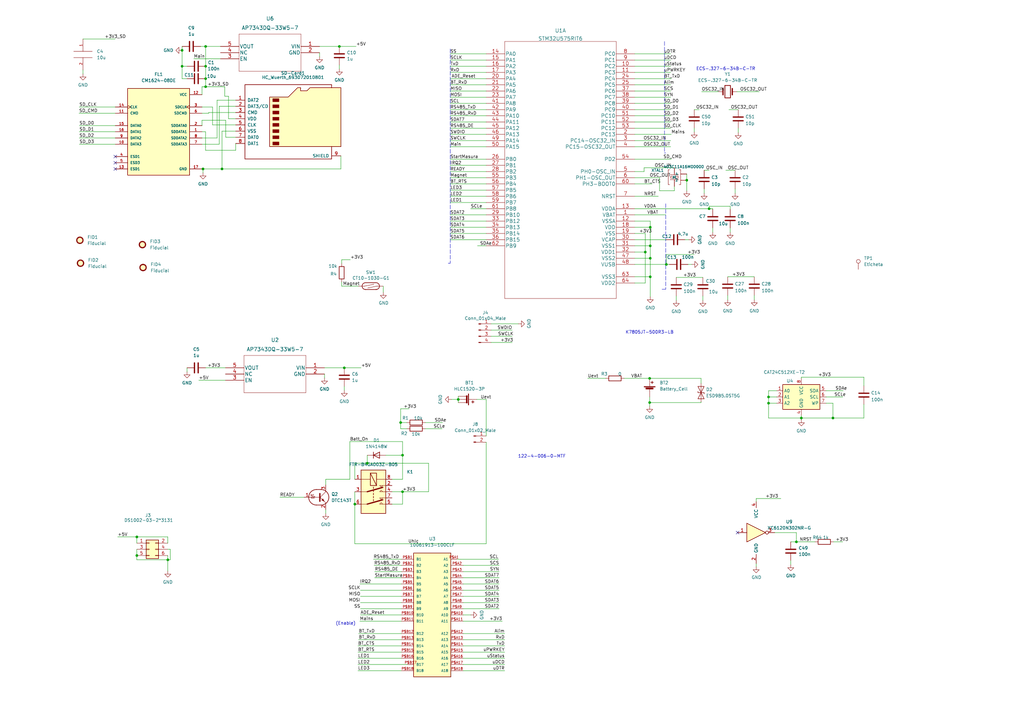
<source format=kicad_sch>
(kicad_sch (version 20211123) (generator eeschema)
  (paper "A3")
  (title_block (title "CPU ") (rev "4.0") (company "Delta Electronics SRL"))
  (junction (at 266.7 113.538))
  (junction (at 164.3126 173.3042))
  (junction (at 266.446 155.194))
  (junction (at 165.1 186.69))
  (junction (at 281.686 73.914))
  (junction (at 315.214 165.354))
  (junction (at 273.304 108.458))
  (junction (at 145.542 206.756))
  (junction (at 290.83 85.598))
  (junction (at 141.224 150.876))
  (junction (at 84.328 19.05))
  (junction (at 341.63 171.45))
  (junction (at 91.059 69.2912))
  (junction (at 315.214 162.814))
  (junction (at 74.676 27.178))
  (junction (at 187.96 163.83))
  (junction (at 68.834 229.616))
  (junction (at 83.2612 69.2912))
  (junction (at 326.644 222.25))
  (junction (at 74.676 20.6502))
  (junction (at 150.622 189.992))
  (junction (at 56.134 227.838))
  (junction (at 328.676 171.45))
  (junction (at 266.7 105.918))
  (junction (at 84.328 32.258))
  (junction (at 84.328 35.56))
  (junction (at 264.668 103.378))
  (junction (at 266.7 93.218))
  (junction (at 84.328 27.178))
  (junction (at 165.1 201.676))
  (junction (at 139.192 19.05))
  (junction (at 266.7 100.838))
  (junction (at 266.446 165.1))
  (junction (at 56.134 220.218))
  (no_connect (at 47.2948 69.2912))
  (no_connect (at 454.66 81.28))
  (no_connect (at 302.514 218.44))
  (no_connect (at 47.2948 66.7512))
  (no_connect (at 47.2948 64.2112))
  (wire (pts (xy 81.534 155.956) (xy 92.456 155.956)))
  (polyline (pts (xy 184.658 107.95) (xy 183.896 107.95)))
  (wire (pts (xy 56.134 222.758) (xy 56.134 220.218)))
  (wire (pts (xy 47.2948 46.4312) (xy 32.4104 46.4312)))
  (wire (pts (xy 310.134 231.14) (xy 310.134 232.41)))
  (wire (pts (xy 68.834 229.616) (xy 68.834 234.188)))
  (wire (pts (xy 189.992 234.442) (xy 204.724 234.442)))
  (wire (pts (xy 89.8906 59.1312) (xy 89.8906 43.6118)))
  (wire (pts (xy 140.1318 106.5022) (xy 140.1318 108.0516)))
  (wire (pts (xy 260.35 93.218) (xy 266.7 93.218)))
  (wire (pts (xy 309.372 121.158) (xy 309.372 122.936)))
  (wire (pts (xy 164.3126 175.8442) (xy 166.8526 175.8442)))
  (wire (pts (xy 189.992 254.762) (xy 205.994 254.762)))
  (wire (pts (xy 338.836 162.814) (xy 345.694 162.814)))
  (wire (pts (xy 184.658 67.818) (xy 199.39 67.818)))
  (wire (pts (xy 184.658 98.298) (xy 199.39 98.298)))
  (wire (pts (xy 288.798 69.85) (xy 290.83 69.85)))
  (wire (pts (xy 145.542 189.992) (xy 145.542 196.596)))
  (wire (pts (xy 84.328 35.56) (xy 92.1766 35.56)))
  (wire (pts (xy 324.3326 222.25) (xy 326.644 222.25)))
  (wire (pts (xy 201.422 140.462) (xy 210.058 140.462)))
  (wire (pts (xy 315.214 165.354) (xy 318.516 165.354)))
  (wire (pts (xy 260.35 100.838) (xy 266.7 100.838)))
  (wire (pts (xy 165.1 196.596) (xy 160.782 196.596)))
  (wire (pts (xy 345.7702 160.2232) (xy 345.7702 160.274)))
  (polyline (pts (xy 271.526 118.618) (xy 273.05 118.618)))
  (wire (pts (xy 199.39 223.012) (xy 199.39 181.356)))
  (wire (pts (xy 184.658 47.498) (xy 199.39 47.498)))
  (wire (pts (xy 89.027 41.0718) (xy 96.647 41.0718)))
  (wire (pts (xy 284.734 44.958) (xy 286.766 44.958)))
  (wire (pts (xy 273.304 108.458) (xy 274.574 108.458)))
  (wire (pts (xy 93.726 39.4462) (xy 92.1766 39.4462)))
  (wire (pts (xy 315.214 160.274) (xy 315.214 162.814)))
  (wire (pts (xy 201.422 135.382) (xy 210.058 135.382)))
  (wire (pts (xy 277.368 121.412) (xy 277.368 123.19)))
  (wire (pts (xy 315.214 165.354) (xy 315.214 171.45)))
  (wire (pts (xy 354.33 158.242) (xy 354.33 154.686)))
  (wire (pts (xy 82.8548 54.0512) (xy 84.3026 54.0512)))
  (wire (pts (xy 153.162 229.362) (xy 164.592 229.362)))
  (wire (pts (xy 204.724 231.902) (xy 189.992 231.902)))
  (wire (pts (xy 275.082 60.198) (xy 260.35 60.198)))
  (wire (pts (xy 199.39 93.218) (xy 184.658 93.218)))
  (wire (pts (xy 96.647 61.6712) (xy 96.647 58.8518)))
  (wire (pts (xy 184.658 70.358) (xy 199.39 70.358)))
  (wire (pts (xy 275.082 27.178) (xy 260.35 27.178)))
  (wire (pts (xy 140.1318 117.348) (xy 146.9898 117.348)))
  (wire (pts (xy 150.622 189.992) (xy 175.768 189.992)))
  (wire (pts (xy 133.096 150.876) (xy 141.224 150.876)))
  (wire (pts (xy 158.242 186.69) (xy 165.1 186.69)))
  (wire (pts (xy 92.6084 49.3522) (xy 82.8548 49.3522)))
  (wire (pts (xy 326.644 222.25) (xy 334.264 222.25)))
  (wire (pts (xy 275.082 57.658) (xy 260.35 57.658)))
  (wire (pts (xy 341.63 165.354) (xy 338.836 165.354)))
  (wire (pts (xy 241.046 155.194) (xy 248.412 155.194)))
  (wire (pts (xy 266.7 90.678) (xy 266.7 93.218)))
  (wire (pts (xy 147.828 247.142) (xy 164.592 247.142)))
  (wire (pts (xy 82.8548 69.2912) (xy 83.2612 69.2912)))
  (wire (pts (xy 315.214 162.814) (xy 318.516 162.814)))
  (wire (pts (xy 184.658 24.638) (xy 199.39 24.638)))
  (wire (pts (xy 32.512 51.5112) (xy 47.2948 51.5112)))
  (polyline (pts (xy 183.896 107.95) (xy 183.896 107.95)))
  (wire (pts (xy 260.35 113.538) (xy 266.7 113.538)))
  (wire (pts (xy 187.452 229.362) (xy 204.47 229.362)))
  (wire (pts (xy 189.992 252.222) (xy 193.04 252.222)))
  (wire (pts (xy 164.3126 173.3042) (xy 166.8526 173.3042)))
  (wire (pts (xy 164.3126 173.3042) (xy 164.3126 175.8442)))
  (wire (pts (xy 290.83 84.582) (xy 290.83 85.598)))
  (wire (pts (xy 133.096 153.416) (xy 133.096 155.0162)))
  (wire (pts (xy 275.082 42.418) (xy 260.35 42.418)))
  (wire (pts (xy 145.542 206.756) (xy 145.542 223.012)))
  (wire (pts (xy 84.328 32.258) (xy 84.328 35.56)))
  (wire (pts (xy 275.082 47.498) (xy 260.35 47.498)))
  (wire (pts (xy 147.828 244.602) (xy 164.592 244.602)))
  (wire (pts (xy 189.992 244.602) (xy 204.724 244.602)))
  (wire (pts (xy 199.39 88.138) (xy 184.658 88.138)))
  (wire (pts (xy 354.33 165.862) (xy 354.33 171.45)))
  (wire (pts (xy 82.8548 56.5912) (xy 89.027 56.5912)))
  (wire (pts (xy 260.35 50.038) (xy 275.082 50.038)))
  (wire (pts (xy 74.676 27.178) (xy 76.708 27.178)))
  (wire (pts (xy 287.528 164.846) (xy 287.528 165.1)))
  (wire (pts (xy 76.708 32.258) (xy 74.676 32.258)))
  (wire (pts (xy 160.782 201.676) (xy 165.1 201.676)))
  (wire (pts (xy 297.688 69.85) (xy 301.498 69.85)))
  (wire (pts (xy 141.224 158.496) (xy 141.224 160.0962)))
  (wire (pts (xy 266.446 162.814) (xy 266.446 165.1)))
  (wire (pts (xy 193.04 85.598) (xy 199.39 85.598)))
  (wire (pts (xy 328.676 155.194) (xy 328.676 154.686)))
  (wire (pts (xy 287.528 165.1) (xy 266.446 165.1)))
  (wire (pts (xy 74.676 19.05) (xy 74.676 20.6502)))
  (wire (pts (xy 34.036 16.002) (xy 47.244 16.002)))
  (wire (pts (xy 184.658 57.658) (xy 199.39 57.658)))
  (wire (pts (xy 292.354 93.472) (xy 292.354 95.25)))
  (wire (pts (xy 56.134 229.616) (xy 68.834 229.616)))
  (wire (pts (xy 85.598 46.1518) (xy 85.598 46.4312)))
  (wire (pts (xy 147.828 252.222) (xy 164.592 252.222)))
  (wire (pts (xy 184.658 72.898) (xy 199.39 72.898)))
  (wire (pts (xy 264.668 116.078) (xy 264.668 103.378)))
  (wire (pts (xy 287.528 155.194) (xy 287.528 157.226)))
  (wire (pts (xy 74.676 27.178) (xy 74.676 32.258)))
  (wire (pts (xy 275.336 65.278) (xy 260.35 65.278)))
  (wire (pts (xy 164.3126 167.6908) (xy 167.7924 167.6908)))
  (wire (pts (xy 84.3026 54.0512) (xy 84.3026 61.6712)))
  (wire (pts (xy 184.658 95.758) (xy 199.39 95.758)))
  (wire (pts (xy 96.647 46.1518) (xy 85.598 46.1518)))
  (wire (pts (xy 146.812 267.462) (xy 164.592 267.462)))
  (wire (pts (xy 273.304 108.458) (xy 273.304 104.394)))
  (wire (pts (xy 195.58 163.83) (xy 199.39 163.83)))
  (wire (pts (xy 260.35 85.598) (xy 290.83 85.598)))
  (wire (pts (xy 164.3126 167.6908) (xy 164.3126 173.3042)))
  (wire (pts (xy 147.574 254.762) (xy 164.592 254.762)))
  (wire (pts (xy 260.35 32.258) (xy 275.336 32.258)))
  (polyline (pts (xy 272.542 17.018) (xy 272.542 62.738)))
  (wire (pts (xy 260.35 88.138) (xy 273.05 88.138)))
  (wire (pts (xy 266.7 100.838) (xy 266.7 105.918)))
  (wire (pts (xy 184.658 80.518) (xy 199.39 80.518)))
  (wire (pts (xy 174.4726 173.3042) (xy 181.4068 173.3042)))
  (wire (pts (xy 84.328 27.178) (xy 84.328 32.258)))
  (wire (pts (xy 341.884 222.25) (xy 345.6432 222.25)))
  (wire (pts (xy 153.67 236.982) (xy 164.592 236.982)))
  (wire (pts (xy 310.134 205.74) (xy 310.134 204.47)))
  (wire (pts (xy 184.658 90.678) (xy 199.39 90.678)))
  (wire (pts (xy 275.082 24.638) (xy 260.35 24.638)))
  (wire (pts (xy 48.26 220.218) (xy 56.134 220.218)))
  (wire (pts (xy 89.027 56.5912) (xy 89.027 41.0718)))
  (wire (pts (xy 326.644 218.44) (xy 326.644 222.25)))
  (wire (pts (xy 184.658 83.058) (xy 199.39 83.058)))
  (wire (pts (xy 184.658 34.798) (xy 199.39 34.798)))
  (wire (pts (xy 139.192 26.67) (xy 139.192 28.2702)))
  (wire (pts (xy 82.8548 49.3522) (xy 82.8548 51.5112)))
  (wire (pts (xy 141.224 150.876) (xy 148.082 150.876)))
  (wire (pts (xy 184.658 65.278) (xy 199.39 65.278)))
  (wire (pts (xy 32.4866 56.5912) (xy 47.2948 56.5912)))
  (wire (pts (xy 338.836 160.274) (xy 345.7702 160.274)))
  (wire (pts (xy 315.214 171.45) (xy 328.676 171.45)))
  (wire (pts (xy 84.328 150.876) (xy 92.456 150.876)))
  (wire (pts (xy 260.35 72.898) (xy 270.51 72.898)))
  (wire (pts (xy 91.059 53.7718) (xy 91.059 69.2912)))
  (wire (pts (xy 96.647 51.2318) (xy 87.1728 51.2318)))
  (wire (pts (xy 189.992 275.082) (xy 207.01 275.082)))
  (wire (pts (xy 187.96 163.83) (xy 185.166 163.83)))
  (wire (pts (xy 143.51 181.102) (xy 143.51 196.596)))
  (wire (pts (xy 147.066 262.382) (xy 164.592 262.382)))
  (wire (pts (xy 287.782 37.592) (xy 294.64 37.592)))
  (wire (pts (xy 189.992 272.542) (xy 207.01 272.542)))
  (wire (pts (xy 270.51 78.232) (xy 276.606 78.232)))
  (wire (pts (xy 266.7 93.218) (xy 266.7 100.838)))
  (wire (pts (xy 299.466 85.852) (xy 299.466 84.582)))
  (wire (pts (xy 299.466 84.582) (xy 290.83 84.582)))
  (wire (pts (xy 201.422 132.842) (xy 212.598 132.842)))
  (wire (pts (xy 264.16 70.358) (xy 264.16 68.834)))
  (wire (pts (xy 260.35 103.378) (xy 264.668 103.378)))
  (wire (pts (xy 82.8548 59.1312) (xy 89.8906 59.1312)))
  (wire (pts (xy 264.668 95.758) (xy 264.668 103.378)))
  (wire (pts (xy 87.1728 43.8912) (xy 82.8548 43.8912)))
  (wire (pts (xy 184.658 27.178) (xy 199.39 27.178)))
  (wire (pts (xy 199.39 32.258) (xy 184.658 32.258)))
  (wire (pts (xy 56.134 225.298) (xy 56.134 227.838)))
  (wire (pts (xy 282.194 108.458) (xy 283.718 108.458)))
  (wire (pts (xy 74.676 20.6502) (xy 74.676 27.178)))
  (wire (pts (xy 133.604 209.042) (xy 133.604 210.566)))
  (wire (pts (xy 301.498 77.47) (xy 301.498 79.248)))
  (wire (pts (xy 260.35 70.358) (xy 264.16 70.358)))
  (wire (pts (xy 275.082 44.958) (xy 260.35 44.958)))
  (wire (pts (xy 181.4068 173.2534) (xy 181.4068 173.3042)))
  (wire (pts (xy 47.2948 59.1312) (xy 32.5374 59.1312)))
  (wire (pts (xy 87.1728 51.2318) (xy 87.1728 43.8912)))
  (wire (pts (xy 275.082 22.098) (xy 260.35 22.098)))
  (wire (pts (xy 184.658 52.578) (xy 199.39 52.578)))
  (wire (pts (xy 68.834 227.838) (xy 68.834 229.616)))
  (wire (pts (xy 277.368 113.792) (xy 288.29 113.792)))
  (wire (pts (xy 315.214 162.814) (xy 315.214 165.354)))
  (wire (pts (xy 204.724 236.982) (xy 189.992 236.982)))
  (wire (pts (xy 139.827 63.9318) (xy 139.827 69.2912)))
  (wire (pts (xy 290.83 85.598) (xy 292.354 85.598)))
  (wire (pts (xy 89.8906 43.6118) (xy 96.647 43.6118)))
  (wire (pts (xy 260.35 80.518) (xy 270.002 80.518)))
  (wire (pts (xy 157.226 119.888) (xy 157.1498 117.348)))
  (wire (pts (xy 189.992 270.002) (xy 207.01 270.002)))
  (wire (pts (xy 34.036 28.702) (xy 34.036 30.3022)))
  (wire (pts (xy 302.768 52.578) (xy 302.768 54.356)))
  (wire (pts (xy 184.658 55.118) (xy 199.39 55.118)))
  (wire (pts (xy 260.35 108.458) (xy 273.304 108.458)))
  (wire (pts (xy 184.658 39.878) (xy 199.39 39.878)))
  (wire (pts (xy 69.85 225.298) (xy 69.85 229.616)))
  (wire (pts (xy 204.724 239.522) (xy 189.992 239.522)))
  (wire (pts (xy 275.082 34.798) (xy 260.35 34.798)))
  (wire (pts (xy 96.647 48.6918) (xy 93.726 48.6918)))
  (wire (pts (xy 266.446 155.194) (xy 287.528 155.194)))
  (wire (pts (xy 184.658 50.038) (xy 199.39 50.038)))
  (wire (pts (xy 93.726 48.6918) (xy 93.726 39.4462)))
  (wire (pts (xy 133.604 196.596) (xy 133.604 198.882)))
  (wire (pts (xy 145.542 189.992) (xy 150.622 189.992)))
  (polyline (pts (xy 184.658 20.066) (xy 184.658 107.95)))
  (polyline (pts (xy 272.542 62.738) (xy 273.05 62.738)))
  (wire (pts (xy 207.01 267.462) (xy 189.992 267.462)))
  (wire (pts (xy 85.598 46.4312) (xy 82.8548 46.4312)))
  (wire (pts (xy 341.63 171.45) (xy 341.63 165.354)))
  (wire (pts (xy 318.516 160.274) (xy 315.214 160.274)))
  (wire (pts (xy 184.658 60.198) (xy 199.39 60.198)))
  (wire (pts (xy 69.85 229.616) (xy 68.834 229.616)))
  (wire (pts (xy 79.502 24.13) (xy 90.424 24.13)))
  (wire (pts (xy 298.45 121.158) (xy 298.45 122.936)))
  (wire (pts (xy 280.924 98.298) (xy 282.448 98.298)))
  (wire (pts (xy 260.35 37.338) (xy 275.082 37.338)))
  (wire (pts (xy 76.708 150.876) (xy 76.708 152.4762)))
  (wire (pts (xy 165.1 181.102) (xy 143.51 181.102)))
  (wire (pts (xy 302.26 37.592) (xy 311.404 37.592)))
  (wire (pts (xy 82.296 19.05) (xy 84.328 19.05)))
  (wire (pts (xy 266.7 105.918) (xy 266.7 113.538)))
  (wire (pts (xy 310.134 204.47) (xy 320.294 204.47)))
  (wire (pts (xy 140.1318 106.5022) (xy 143.6878 106.5022)))
  (wire (pts (xy 201.422 137.922) (xy 210.058 137.922)))
  (wire (pts (xy 324.3326 229.87) (xy 324.3326 231.5718)))
  (wire (pts (xy 184.658 29.718) (xy 199.39 29.718)))
  (wire (pts (xy 189.992 249.682) (xy 204.724 249.682)))
  (wire (pts (xy 270.51 72.898) (xy 270.51 78.232)))
  (wire (pts (xy 32.512 54.0512) (xy 47.2948 54.0512)))
  (wire (pts (xy 146.812 275.082) (xy 164.592 275.082)))
  (wire (pts (xy 184.658 22.098) (xy 199.39 22.098)))
  (wire (pts (xy 147.828 249.682) (xy 164.592 249.682)))
  (wire (pts (xy 260.35 55.118) (xy 275.336 55.118)))
  (wire (pts (xy 160.782 206.756) (xy 165.1 206.756)))
  (wire (pts (xy 56.134 220.218) (xy 68.834 220.218)))
  (wire (pts (xy 199.39 75.438) (xy 184.658 75.438)))
  (wire (pts (xy 354.33 171.45) (xy 341.63 171.45)))
  (wire (pts (xy 140.1318 115.6716) (xy 140.1318 117.348)))
  (wire (pts (xy 204.724 242.062) (xy 189.992 242.062)))
  (wire (pts (xy 275.082 29.718) (xy 260.35 29.718)))
  (wire (pts (xy 328.676 170.434) (xy 328.676 171.45)))
  (wire (pts (xy 82.8548 38.8112) (xy 82.8548 35.56)))
  (wire (pts (xy 146.812 272.542) (xy 167.132 272.542)))
  (wire (pts (xy 84.328 19.05) (xy 84.328 27.178)))
  (wire (pts (xy 153.416 231.902) (xy 164.592 231.902)))
  (wire (pts (xy 273.304 104.394) (xy 284.734 104.394)))
  (wire (pts (xy 139.192 19.05) (xy 146.05 19.05)))
  (wire (pts (xy 298.958 44.958) (xy 302.768 44.958)))
  (wire (pts (xy 90.424 19.05) (xy 84.328 19.05)))
  (wire (pts (xy 260.35 105.918) (xy 266.7 105.918)))
  (wire (pts (xy 56.134 227.838) (xy 56.134 229.616)))
  (wire (pts (xy 266.7 113.538) (xy 266.7 121.666)))
  (wire (pts (xy 281.686 71.374) (xy 281.686 73.914)))
  (wire (pts (xy 165.1 201.676) (xy 175.768 201.676)))
  (wire (pts (xy 153.67 234.442) (xy 164.592 234.442)))
  (wire (pts (xy 260.35 98.298) (xy 273.304 98.298)))
  (wire (pts (xy 275.082 52.578) (xy 260.35 52.578)))
  (wire (pts (xy 92.6084 56.3118) (xy 92.6084 49.3522)))
  (wire (pts (xy 165.1 181.102) (xy 165.1 186.69)))
  (wire (pts (xy 317.754 218.44) (xy 326.644 218.44)))
  (wire (pts (xy 145.542 201.676) (xy 145.542 206.756)))
  (wire (pts (xy 92.1766 39.4462) (xy 92.1766 35.56)))
  (wire (pts (xy 298.45 113.538) (xy 309.372 113.538)))
  (wire (pts (xy 264.16 68.834) (xy 276.606 68.834)))
  (wire (pts (xy 114.808 203.962) (xy 124.714 203.962)))
  (wire (pts (xy 275.082 39.878) (xy 260.35 39.878)))
  (wire (pts (xy 146.812 270.002) (xy 164.592 270.002)))
  (wire (pts (xy 68.834 225.298) (xy 69.85 225.298)))
  (wire (pts (xy 184.658 77.978) (xy 199.39 77.978)))
  (wire (pts (xy 184.658 37.338) (xy 199.39 37.338)))
  (wire (pts (xy 83.2612 69.2912) (xy 83.2612 70.8914)))
  (wire (pts (xy 276.606 78.232) (xy 276.606 76.454)))
  (wire (pts (xy 207.01 262.382) (xy 189.992 262.382)))
  (wire (pts (xy 204.724 247.142) (xy 189.992 247.142)))
  (wire (pts (xy 299.466 93.472) (xy 299.466 95.25)))
  (wire (pts (xy 147.828 242.062) (xy 164.592 242.062)))
  (wire (pts (xy 328.676 171.45) (xy 341.63 171.45)))
  (wire (pts (xy 288.798 77.47) (xy 288.798 79.248)))
  (wire (pts (xy 150.622 186.69) (xy 150.622 189.992)))
  (wire (pts (xy 266.446 165.1) (xy 266.446 166.624)))
  (wire (pts (xy 146.812 264.922) (xy 164.592 264.922)))
  (wire (pts (xy 131.064 21.59) (xy 131.064 23.1902)))
  (wire (pts (xy 281.686 73.914) (xy 281.686 78.232)))
  (wire (pts (xy 207.01 259.842) (xy 189.992 259.842)))
  (wire (pts (xy 260.35 90.678) (xy 266.7 90.678)))
  (wire (pts (xy 84.3026 61.6712) (xy 96.647 61.6712)))
  (wire (pts (xy 292.354 85.598) (xy 292.354 85.852)))
  (wire (pts (xy 260.35 95.758) (xy 264.668 95.758)))
  (wire (pts (xy 96.647 53.7718) (xy 91.059 53.7718)))
  (wire (pts (xy 260.35 75.438) (xy 267.462 75.438)))
  (wire (pts (xy 328.676 154.686) (xy 354.33 154.686)))
  (polyline (pts (xy 273.05 83.566) (xy 273.05 118.618)))
  (wire (pts (xy 82.8548 35.56) (xy 84.328 35.56)))
  (wire (pts (xy 68.834 220.218) (xy 68.834 222.758)))
  (wire (pts (xy 187.96 162.56) (xy 187.96 163.83)))
  (wire (pts (xy 139.827 69.2912) (xy 91.059 69.2912)))
  (wire (pts (xy 147.066 259.842) (xy 164.592 259.842)))
  (wire (pts (xy 165.1 206.756) (xy 165.1 201.676)))
  (wire (pts (xy 184.658 42.418) (xy 199.39 42.418)))
  (wire (pts (xy 187.96 163.83) (xy 187.96 165.1)))
  (wire (pts (xy 32.4866 43.8912) (xy 47.2948 43.8912)))
  (wire (pts (xy 147.574 239.522) (xy 164.592 239.522)))
  (wire (pts (xy 199.39 163.83) (xy 199.39 178.816)))
  (wire (pts (xy 165.1 186.69) (xy 165.1 196.596)))
  (wire (pts (xy 131.064 19.05) (xy 139.192 19.05)))
  (wire (pts (xy 266.446 155.194) (xy 256.032 155.194)))
  (wire (pts (xy 207.01 264.922) (xy 189.992 264.922)))
  (wire (pts (xy 175.768 201.676) (xy 175.768 189.992)))
  (wire (pts (xy 133.604 196.596) (xy 143.51 196.596)))
  (wire (pts (xy 328.676 171.45) (xy 328.676 172.1358)))
  (wire (pts (xy 174.4726 175.8442) (xy 181.3306 175.8442)))
  (wire (pts (xy 284.734 52.578) (xy 284.734 54.102)))
  (wire (pts (xy 199.39 44.958) (xy 184.658 44.958)))
  (wire (pts (xy 96.647 56.3118) (xy 92.6084 56.3118)))
  (wire (pts (xy 145.542 223.012) (xy 199.39 223.012)))
  (wire (pts (xy 288.29 121.412) (xy 288.29 123.19)))
  (wire (pts (xy 91.059 69.2912) (xy 83.2612 69.2912)))
  (wire (pts (xy 260.35 116.078) (xy 264.668 116.078)))
  (wire (pts (xy 195.834 100.838) (xy 199.39 100.838)))
  (text "ECS-.327-6-34B-C-TR" (at 285.496 29.1084 0) (effects (font (size 1.27 1.27)) (justify left bottom)))
  (text "K7805JT-500R3-LB" (at 256.54 137.16 0) (effects (font (size 1.27 1.27)) (justify left bottom)))
  (text "(Enable)" (at 137.668 256.54 0) (effects (font (size 1.27 1.27)) (justify left bottom)))
  (text "122-4-006-0-MTF" (at 212.4202 188.0108 0) (effects (font (size 1.27 1.27)) (justify left bottom)))
  (label "Uext" (at 241.046 155.194 0))
  (label "Mains" (at 275.336 55.118 0))
  (label "OSC_OUT" (at 266.446 72.898 0))
  (label "SD_D2" (at 272.288 47.498 0))
  (label "SDAe" (at 196.85 100.838 0))
  (label "Batt_On" (at 143.51 181.102 0))
  (label "OSC32_IN" (at 287.782 37.592 0))
  (label "OSC32_IN" (at 285.496 44.958 0))
  (label "SD_D0" (at 32.512 51.5112 0))
  (label "NRST" (at 264.16 80.518 0))
  (label "ADE_Reset" (at 147.828 252.222 0))
  (label "RS485_DE" (at 153.67 234.442 0))
  (label "RxD" (at 184.658 29.718 0))
  (label "SDAT5" (at 204.724 242.062 180))
  (label "OSC32_OUT" (at 303.53 37.592 0))
  (label "OSC32_OUT" (at 263.906 60.198 0))
  (label "SDAT4" (at 184.658 93.218 0))
  (label "LED3" (at 184.658 77.978 0))
  (label "SDAT6" (at 184.658 98.298 0))
  (label "RS485_TxD" (at 184.658 44.958 0))
  (label "+3V3" (at 335.534 154.686 0))
  (label "OSC_OUT" (at 298.45 69.85 0))
  (label "BT_RTS" (at 146.812 267.462 0))
  (label "SDAe" (at 342.5952 160.274 0))
  (label "TxD" (at 184.658 27.178 0))
  (label "uDTR" (at 272.288 22.098 0))
  (label "SDAT2" (at 184.658 88.138 0))
  (label "SDAT7" (at 204.724 236.982 180))
  (label "LED1" (at 184.658 83.058 0))
  (label "SDAT7" (at 184.658 50.038 0))
  (label "SDAT4" (at 204.724 244.602 180))
  (label "SCS" (at 272.288 37.338 0))
  (label "+5V" (at 148.082 150.876 0))
  (label "SWDIO" (at 203.962 135.382 0))
  (label "BT_TxD" (at 147.066 259.842 0))
  (label "LED2" (at 184.658 80.518 0))
  (label "VBAT" (at 265.43 88.138 0))
  (label "VDDA" (at 264.16 85.598 0))
  (label "SCL" (at 204.47 229.362 180))
  (label "+3V3" (at 280.162 113.792 0))
  (label "uPWRKEY" (at 272.288 29.718 0))
  (label "Uext" (at 197.104 163.83 0))
  (label "SD_CMD" (at 32.4104 46.4312 0))
  (label "VBAT" (at 258.826 155.194 0))
  (label "uPWRKEY" (at 207.01 267.462 180))
  (label "SWDIO" (at 184.658 55.118 0))
  (label "Magnet" (at 140.6398 117.348 0))
  (label "SCL" (at 184.658 42.418 0))
  (label "SDAT3" (at 204.724 247.142 180))
  (label "LED1" (at 146.812 270.002 0))
  (label "LED3" (at 146.812 275.082 0))
  (label "SCLe" (at 177.7746 175.8442 0))
  (label "IRQ2" (at 184.658 67.818 0))
  (label "ADE_Reset" (at 185.166 32.258 0))
  (label "StartMasura" (at 153.67 236.982 0))
  (label "SWCLK" (at 204.216 137.922 0))
  (label "uStatus" (at 272.288 27.178 0))
  (label "MOSI" (at 184.658 39.878 0))
  (label "OSC32_IN" (at 263.906 57.658 0))
  (label "BT_RxD" (at 147.066 262.382 0))
  (label "BT_CTS" (at 146.812 264.922 0))
  (label "BT_TxD" (at 272.288 32.258 0))
  (label "uDCD" (at 272.288 24.638 0))
  (label "SCLe" (at 193.04 85.598 0))
  (label "SDAT5" (at 184.658 95.758 0))
  (label "Mains" (at 147.574 254.762 0))
  (label "MISO" (at 147.828 244.602 180))
  (label "+3V3" (at 281.94 104.394 0))
  (label "RS485_TxD" (at 153.162 229.362 0))
  (label "NRST" (at 327.9394 222.25 0))
  (label "+3V3" (at 165.1 201.676 0))
  (label "READY" (at 184.658 70.358 0))
  (label "Alim" (at 272.288 34.798 0))
  (label "SDAT2" (at 204.724 249.682 180))
  (label "+3V3_SD" (at 42.926 16.002 0))
  (label "SD_D1" (at 32.512 54.0512 0))
  (label "SD_D3" (at 272.288 50.038 0))
  (label "SD_CLK" (at 32.4866 43.8912 0))
  (label "OSC_IN" (at 268.478 68.834 0))
  (label "RS485_RxD" (at 184.658 47.498 0))
  (label "uDTR" (at 207.01 275.082 180))
  (label "SS" (at 147.828 249.682 180))
  (label "BT_RTS" (at 184.658 75.438 0))
  (label "SDAT3" (at 184.658 90.678 0))
  (label "RxD" (at 207.01 262.382 180))
  (label "TxD" (at 207.01 264.922 180))
  (label "SD_CLK" (at 272.288 52.578 0))
  (label "SDAe" (at 178.2318 173.3042 0))
  (label "SD_D0" (at 272.288 42.418 0))
  (label "BT_RxD" (at 184.658 34.798 0))
  (label "+3V3_SD" (at 85.1154 35.56 0))
  (label "SCLe" (at 342.138 162.814 0))
  (label "+3V3" (at 300.228 113.538 0))
  (label "+3V3" (at 143.6878 106.5022 0))
  (label "+5V" (at 48.26 220.218 0))
  (label "BT_CTS" (at 264.16 75.438 0))
  (label "SD_CMD" (at 272.034 65.278 0))
  (label "StartMasura" (at 184.658 65.278 0))
  (label "Magnet" (at 184.658 72.898 0))
  (label "+5V" (at 81.534 155.956 0))
  (label "RS485_DE" (at 184.658 52.578 0))
  (label "SS" (at 184.658 22.098 0))
  (label "+3V3" (at 205.232 140.462 0))
  (label "+3V3" (at 262.128 95.758 0))
  (label "SD_D3" (at 32.5374 59.1312 0))
  (label "SWCLK" (at 184.658 57.658 0))
  (label "RS485_RxD" (at 153.416 231.902 0))
  (label "LED2" (at 146.812 272.542 0))
  (label "+3V3" (at 165.5064 167.6908 0))
  (label "+3V3" (at 205.994 254.762 180))
  (label "uDCD" (at 207.01 272.542 180))
  (label "MOSI" (at 147.828 247.142 180))
  (label "+5V" (at 146.05 19.05 0))
  (label "+3V3" (at 85.09 150.876 0))
  (label "READY" (at 114.808 203.962 0))
  (label "MISO" (at 184.658 37.338 0))
  (label "SCLK" (at 184.658 24.638 0))
  (label "Main" (at 79.502 24.13 0))
  (label "OSC32_OUT" (at 299.72 44.958 0))
  (label "IRQ2" (at 147.574 239.522 0))
  (label "SDAT6" (at 204.724 239.522 180))
  (label "SD_D1" (at 272.288 44.958 0))
  (label "OSC_IN" (at 289.56 69.85 0))
  (label "SYN" (at 272.288 39.878 0))
  (label "SCLK" (at 147.828 242.062 180))
  (label "Alim" (at 207.01 259.842 180))
  (label "SYN" (at 204.724 234.442 180))
  (label "uStatus" (at 207.01 270.002 180))
  (label "+3V3" (at 342.6968 222.25 0))
  (label "Main" (at 184.658 60.198 0))
  (label "+3V3" (at 313.944 204.47 0))
  (label "Uhlc" (at 167.386 223.012 0))
  (label "SD_D2" (at 32.4866 56.5912 0))
  (label "SCS" (at 204.724 231.902 180))
  (symbol (lib_id "Connector:Micro_SD_Card") (at 119.507 48.6918 0) (unit 1)
    (property "Reference" "SD-Card1" (at 120.142 29.972 0))
    (property "Value" "HC_Wuerth_693072010801" (at 120.142 31.75 0))
    (property "Footprint" "Connector_Card:microSD_HC_Wuerth_693072010801" (effects hide))
    (property "Datasheet" "http://katalog.we-online.de/em/datasheet/693072010801.pdf" (effects hide))
  )
  (symbol (lib_id "power:GND") (at 133.096 155.0162 0) (unit 1)
    (property "Reference" "#PWR010" (effects hide))
    (property "Value" "GND" (at 133.096 159.5787 0))
  )
  (symbol (lib_id "power:GND") (at 328.676 172.1358 0) (unit 1)
    (property "Reference" "#PWR018" (effects hide))
    (property "Value" "GND" (at 328.676 176.6983 0))
  )
  (symbol (lib_id "Device:C") (at 298.45 117.348 0) (unit 1)
    (property "Reference" "C27" (at 301.371 116.4395 0) (effects (justify left)))
    (property "Value" "100n" (at 301.371 119.2146 0) (effects (justify left)))
    (property "Footprint" "Capacitor_SMD:C_0603_1608Metric" (effects hide))
  )
  (symbol (lib_id "Connector:TestPoint") (at 352.044 110.49 0) (unit 1)
    (property "Reference" "TP1" (at 354.33 105.9179 0) (effects (justify left)))
    (property "Value" "Eticheta" (at 354.33 108.4579 0) (effects (justify left)))
    (property "Footprint" "Symbol:Eticheta" (effects hide))
  )
  (symbol (lib_id "Device:C") (at 80.518 32.258 90) (mirror x) (unit 1)
    (property "Reference" "C11" (at 79.502 30.734 90) (effects (justify left)))
    (property "Value" "10u" (at 88.646 31.242 90) (effects (justify left)))
    (property "Footprint" "Capacitor_SMD:C_1206_3216Metric" (effects hide))
  )
  (symbol (lib_id "Diode:ESD9B5.0ST5G") (at 287.528 161.036 90) (unit 1)
    (property "Reference" "D2" (at 289.56 159.7659 90) (effects (justify right)))
    (property "Value" "ESD9B5.0ST5G" (at 289.56 162.3059 90) (effects (justify right)))
    (property "Footprint" "ESD:SOD-923_ONS" (effects hide))
    (property "Datasheet" "https://www.onsemi.com/pub/Collateral/ESD9B-D.PDF" (effects hide))
  )
  (symbol (lib_id "Device:C") (at 139.192 22.86 0) (unit 1)
    (property "Reference" "C10" (at 142.24 21.5899 0) (effects (justify left)))
    (property "Value" "1u" (at 142.24 24.1299 0) (effects (justify left)))
    (property "Footprint" "Capacitor_SMD:C_0603_1608Metric" (effects hide))
  )
  (symbol (lib_id "Device:C") (at 299.466 89.662 0) (unit 1)
    (property "Reference" "C8" (at 302.387 88.7535 0) (effects (justify left)))
    (property "Value" "100n" (at 302.387 91.5286 0) (effects (justify left)))
    (property "Footprint" "Capacitor_SMD:C_0603_1608Metric" (effects hide))
  )
  (symbol (lib_id "power:GND") (at 298.45 122.936 0) (unit 1)
    (property "Reference" "#PWR0147" (effects hide))
    (property "Value" "GND" (at 298.45 127.4985 0))
  )
  (symbol (lib_id "power:GND") (at 131.064 23.1902 0) (unit 1)
    (property "Reference" "#PWR020" (effects hide))
    (property "Value" "GND" (at 131.064 27.7527 0))
  )
  (symbol (lib_id "Device:C") (at 277.368 117.602 0) (unit 1)
    (property "Reference" "C29" (at 280.289 116.6935 0) (effects (justify left)))
    (property "Value" "100n" (at 280.289 119.4686 0) (effects (justify left)))
    (property "Footprint" "Capacitor_SMD:C_0603_1608Metric" (effects hide))
  )
  (symbol (lib_id "Mechanical:Fiducial") (at 33.02 107.95 0) (unit 1)
    (property "Reference" "FID2" (at 36.068 106.6799 0) (effects (justify left)))
    (property "Value" "Fiducial" (at 36.068 109.2199 0) (effects (justify left)))
    (property "Footprint" "Fiducial:Fiducial_1mm_Mask2mm" (effects hide))
  )
  (symbol (lib_id "Device:R") (at 170.6626 175.8442 270) (unit 1)
    (property "Reference" "R2" (at 167.132 177.8 90) (effects (justify right)))
    (property "Value" "10k" (at 172.4406 178.0286 90) (effects (justify right)))
    (property "Footprint" "Resistor_SMD:R_0603_1608Metric" (effects hide))
  )
  (symbol (lib_id "Device:C") (at 80.518 27.178 90) (unit 1)
    (property "Reference" "C1" (at 86.614 25.654 90))
    (property "Value" "100n" (at 87.63 28.194 90))
    (property "Footprint" "Capacitor_SMD:C_0603_1608Metric" (effects hide))
  )
  (symbol (lib_id "Device:R") (at 252.222 155.194 270) (unit 1)
    (property "Reference" "R3" (at 249.1994 153.3398 90) (effects (justify right)))
    (property "Value" "0" (at 254.9398 153.416 90) (effects (justify right)))
    (property "Footprint" "Resistor_SMD:R_0603_1608Metric" (effects hide))
  )
  (symbol (lib_id "Connector:Conn_01x02_Male") (at 194.31 178.816 0) (unit 1)
    (property "Reference" "J8" (at 194.945 173.99 0))
    (property "Value" "Conn_01x02_Male" (at 194.945 176.53 0))
    (property "Footprint" "Connector_PinHeader_2.54mm:PinHeader_1x02_P2.54mm_Vertical" (effects hide))
  )
  (symbol (lib_id "STM32U575RIT6:STM32U575RIT6") (at 199.39 22.098 0) (unit 1)
    (property "Reference" "U1" (at 229.87 12.5506 0) (effects (font (size 1.524 1.524))))
    (property "Value" "STM32U575RIT6" (at 229.87 15.8296 0) (effects (font (size 1.524 1.524))))
    (property "Footprint" "Package_QFP:LQFP-64_10x10mm_P0.5mm" (effects hide))
  )
  (symbol (lib_id "Device:Crystal") (at 298.45 37.592 0) (unit 1)
    (property "Reference" "Y1" (at 298.45 30.3784 0))
    (property "Value" "ECS-.327-6-34B-C-TR" (at 298.45 32.9184 0))
    (property "Footprint" "Crystal:Crystal_SMD_EuroQuartz_EQ161-2Pin_3.2x1.5mm" (effects hide))
  )
  (symbol (lib_id "power:GND") (at 139.192 28.2702 0) (unit 1)
    (property "Reference" "#PWR021" (effects hide))
    (property "Value" "GND" (at 139.192 32.8327 0))
  )
  (symbol (lib_id "power:GND") (at 212.598 132.842 90) (unit 1)
    (property "Reference" "#PWR016" (effects hide))
    (property "Value" "GND" (at 216.9922 132.715 0))
  )
  (symbol (lib_id "power:GND") (at 76.708 152.4762 0) (unit 1)
    (property "Reference" "#PWR08" (effects hide))
    (property "Value" "GND" (at 76.708 157.0387 0))
  )
  (symbol (lib_id "Device:C") (at 324.3326 226.06 0) (unit 1)
    (property "Reference" "C49" (at 327.5076 224.7899 0) (effects (justify left)))
    (property "Value" "100n" (at 327.5076 227.3299 0) (effects (justify left)))
    (property "Footprint" "Capacitor_SMD:C_0603_1608Metric" (effects hide))
  )
  (symbol (lib_id "power:GND") (at 309.372 122.936 0) (mirror y) (unit 1)
    (property "Reference" "#PWR0146" (effects hide))
    (property "Value" "GND" (at 309.372 127.4985 0))
  )
  (symbol (lib_id "power:GND") (at 288.29 123.19 0) (mirror y) (unit 1)
    (property "Reference" "#PWR0141" (effects hide))
    (property "Value" "GND" (at 288.29 127.7525 0))
  )
  (symbol (lib_id "Device:R") (at 338.074 222.25 270) (unit 1)
    (property "Reference" "R64" (at 337.1655 220.472 90) (effects (justify right)))
    (property "Value" "1k" (at 339.9406 220.472 90) (effects (justify right)))
    (property "Footprint" "Resistor_SMD:R_0603_1608Metric" (effects hide))
  )
  (symbol (lib_id "power:GND") (at 277.368 123.19 0) (unit 1)
    (property "Reference" "#PWR0142" (effects hide))
    (property "Value" "GND" (at 277.368 127.7525 0))
  )
  (symbol (lib_id "power:GND") (at 266.7 121.666 0) (unit 1)
    (property "Reference" "#PWR0144" (effects hide))
    (property "Value" "GND" (at 266.7 126.2285 0))
  )
  (symbol (lib_id "Device:C") (at 278.384 108.458 90) (unit 1)
    (property "Reference" "C13" (at 277.4755 105.537 90) (effects (justify left)))
    (property "Value" "100n" (at 284.607 105.4608 90) (effects (justify left)))
    (property "Footprint" "Capacitor_SMD:C_0603_1608Metric" (effects hide))
  )
  (symbol (lib_id "power:GND") (at 141.224 160.0962 0) (unit 1)
    (property "Reference" "#PWR011" (effects hide))
    (property "Value" "GND" (at 141.224 164.6587 0))
  )
  (symbol (lib_id "Device:R") (at 170.6626 173.3042 270) (unit 1)
    (property "Reference" "R1" (at 167.64 171.45 90) (effects (justify right)))
    (property "Value" "10k" (at 173.3804 171.5262 90) (effects (justify right)))
    (property "Footprint" "Resistor_SMD:R_0603_1608Metric" (effects hide))
  )
  (symbol (lib_id "power:GND") (at 288.798 79.248 0) (unit 1)
    (property "Reference" "#PWR0149" (effects hide))
    (property "Value" "GND" (at 288.798 83.8105 0))
  )
  (symbol (lib_id "power:GND") (at 157.226 119.888 0) (unit 1)
    (property "Reference" "#PWR012" (effects hide))
    (property "Value" "GND" (at 157.353 124.2822 0))
  )
  (symbol (lib_id "power:GND") (at 185.166 163.83 270) (unit 1)
    (property "Reference" "#PWR06" (effects hide))
    (property "Value" "GND" (at 180.6035 163.83 0))
  )
  (symbol (lib_id "power:GND") (at 283.718 108.458 90) (unit 1)
    (property "Reference" "#PWR0143" (effects hide))
    (property "Value" "GND" (at 288.2805 108.458 0))
  )
  (symbol (lib_id "power:GND") (at 133.604 210.566 0) (unit 1)
    (property "Reference" "#PWR09" (effects hide))
    (property "Value" "GND" (at 133.604 215.1285 0))
  )
  (symbol (lib_id "power:GND") (at 266.446 166.624 0) (unit 1)
    (property "Reference" "#PWR014" (effects hide))
    (property "Value" "GND" (at 266.446 171.1865 0))
  )
  (symbol (lib_id "74xx:XC6120") (at 310.134 218.44 0) (unit 1)
    (property "Reference" "U9" (at 323.6976 213.995 0))
    (property "Value" "XC6120N302NR-G" (at 323.6976 216.535 0))
    (property "Footprint" "Package_TO_SOT_SMD:SC-82AA" (effects hide))
  )
  (symbol (lib_id "power:GND") (at 281.686 78.232 0) (unit 1)
    (property "Reference" "#PWR0150" (effects hide))
    (property "Value" "GND" (at 281.686 82.7945 0))
  )
  (symbol (lib_id "power:GND") (at 299.466 95.25 0) (unit 1)
    (property "Reference" "#PWR0152" (effects hide))
    (property "Value" "GND" (at 299.466 99.8125 0))
  )
  (symbol (lib_id "Connector_Generic:Conn_02x03_Odd_Even") (at 61.214 225.298 0) (unit 1)
    (property "Reference" "J3" (at 60.706 211.328 0))
    (property "Value" "DS1002-03-2*3131" (at 60.96 213.36 0))
    (property "Footprint" "Connector_PinSocket_2.54mm:PinSocket_2x03_P2.54mm_Vertical" (effects hide))
  )
  (symbol (lib_id "Device:C") (at 301.498 73.66 0) (unit 1)
    (property "Reference" "C2" (at 304.419 72.7515 0) (effects (justify left)))
    (property "Value" "10p" (at 304.419 75.5266 0) (effects (justify left)))
    (property "Footprint" "Capacitor_SMD:C_0603_1608Metric" (effects hide))
  )
  (symbol (lib_id "AP7343:AP7343DQ-33W5-7") (at 133.096 150.876 0) (mirror y) (unit 1)
    (property "Reference" "U2" (at 112.776 139.446 0) (effects (font (size 1.524 1.524))))
    (property "Value" "AP7343DQ-33W5-7" (at 112.776 143.256 0) (effects (font (size 1.524 1.524))))
    (property "Footprint" "AP3012KTR-G1:AP3012KTR-G1" (effects hide))
  )
  (symbol (lib_id "power:GND") (at 284.734 54.102 0) (unit 1)
    (property "Reference" "#PWR04" (effects hide))
    (property "Value" "GND" (at 284.734 58.6645 0))
  )
  (symbol (lib_id "Device:R") (at 140.1318 111.8616 0) (unit 1)
    (property "Reference" "R4" (at 138.1506 112.3696 0) (effects (justify right)))
    (property "Value" "10k" (at 138.3538 109.1438 0) (effects (justify right)))
    (property "Footprint" "Resistor_SMD:R_0603_1608Metric" (effects hide))
  )
  (symbol (lib_id "Device:C") (at 277.114 98.298 90) (mirror x) (unit 1)
    (property "Reference" "C12" (at 275.4376 96.9518 90) (effects (justify left)))
    (property "Value" "4,7u" (at 282.3464 95.9358 90) (effects (justify left)))
    (property "Footprint" "Capacitor_SMD:C_1206_3216Metric" (effects hide))
  )
  (symbol (lib_id "power:GND") (at 68.834 234.188 0) (unit 1)
    (property "Reference" "#PWR02" (effects hide))
    (property "Value" "GND" (at 68.834 238.7505 0))
  )
  (symbol (lib_id "Relay:FTR-B4GB003Z-B05") (at 153.162 201.676 0) (unit 1)
    (property "Reference" "K1" (at 168.148 193.548 0))
    (property "Value" "FTR-B4GA003Z-B05" (at 153.162 190.5 0))
    (property "Footprint" "Relay_SMD:Relay_Fujitsu_FTR-B4GA003" (effects hide))
    (property "Datasheet" "https://www.fujitsu.com/downloads/MICRO/fcai/relays/ftr-f1.pdf" (effects hide))
  )
  (symbol (lib_id "Mechanical:Fiducial") (at 58.674 109.728 0) (unit 1)
    (property "Reference" "FID4" (at 61.722 108.4579 0) (effects (justify left)))
    (property "Value" "Fiducial" (at 61.722 110.9979 0) (effects (justify left)))
    (property "Footprint" "Fiducial:Fiducial_1mm_Mask2mm" (effects hide))
  )
  (symbol (lib_id "Device:HLC1520-3P") (at 190.5 163.83 270) (unit 1)
    (property "Reference" "BT1" (at 192.532 156.972 90))
    (property "Value" "HLC1520-3P" (at 192.532 159.512 90))
    (property "Footprint" "Battery:HLC1520-3P" (effects hide))
  )
  (symbol (lib_id "Connector:Conn_01x04_Male") (at 196.342 135.382 0) (unit 1)
    (property "Reference" "J4" (at 199.0852 128.2446 0))
    (property "Value" "Conn_01x04_Male" (at 199.0852 130.556 0))
    (property "Footprint" "Connector_PinHeader_2.54mm:PinHeader_1x04_P2.54mm_Vertical" (effects hide))
  )
  (symbol (lib_id "power:GND") (at 310.134 232.41 0) (unit 1)
    (property "Reference" "#PWR03" (effects hide))
    (property "Value" "GND" (at 310.261 236.8042 0))
  )
  (symbol (lib_id "Device:Battery_Cell") (at 266.446 160.274 0) (unit 1)
    (property "Reference" "BT2" (at 270.51 156.9719 0) (effects (justify left)))
    (property "Value" "Battery_Cell" (at 270.51 159.5119 0) (effects (justify left)))
    (property "Footprint" "Battery:BatteryHolder_Keystone_3002_1x2032" (effects hide))
  )
  (symbol (lib_id "Mechanical:Fiducial") (at 32.766 98.552 0) (unit 1)
    (property "Reference" "FID1" (at 35.814 97.2819 0) (effects (justify left)))
    (property "Value" "Fiducial" (at 35.814 99.8219 0) (effects (justify left)))
    (property "Footprint" "Fiducial:Fiducial_1mm_Mask2mm" (effects hide))
  )
  (symbol (lib_id "power:GND") (at 324.3326 231.5718 0) (unit 1)
    (property "Reference" "#PWR013" (effects hide))
    (property "Value" "GND" (at 324.3326 236.1343 0))
  )
  (symbol (lib_id "Mechanical:Fiducial") (at 58.42 100.33 0) (unit 1)
    (property "Reference" "FID3" (at 61.468 99.0599 0) (effects (justify left)))
    (property "Value" "Fiducial" (at 61.468 101.5999 0) (effects (justify left)))
    (property "Footprint" "Fiducial:Fiducial_1mm_Mask2mm" (effects hide))
  )
  (symbol (lib_id "AP7343:AP7343DQ-33W5-7") (at 131.064 19.05 0) (mirror y) (unit 1)
    (property "Reference" "U6" (at 110.744 7.62 0) (effects (font (size 1.524 1.524))))
    (property "Value" "AP7343DQ-33W5-7" (at 110.744 11.43 0) (effects (font (size 1.524 1.524))))
    (property "Footprint" "AP3012KTR-G1:AP3012KTR-G1" (effects hide))
  )
  (symbol (lib_id "Device:C") (at 288.29 117.602 0) (mirror y) (unit 1)
    (property "Reference" "C30" (at 293.37 115.2906 0) (effects (justify left)))
    (property "Value" "10u" (at 294.4876 119.6594 0) (effects (justify left)))
    (property "Footprint" "Capacitor_SMD:C_1206_3216Metric" (effects hide))
  )
  (symbol (lib_id "power:GND") (at 83.2612 70.8914 0) (unit 1)
    (property "Reference" "#PWR01" (effects hide))
    (property "Value" "GND" (at 83.2612 75.4539 0))
  )
  (symbol (lib_id "Transistor_BJT:DTC143T") (at 131.064 203.962 0) (unit 1)
    (property "Reference" "Q2" (at 135.89 202.6919 0) (effects (justify left)))
    (property "Value" "DTC143T" (at 135.89 205.2319 0) (effects (justify left)))
    (property "Footprint" "Package_TO_SOT_SMD:SOT-23" (effects hide))
  )
  (symbol (lib_id "Memory_EEPROM:CAT24C256") (at 328.676 162.814 0) (unit 1)
    (property "Reference" "U4" (at 322.58 156.21 0) (effects (justify left)))
    (property "Value" "CAT24C512XE-T2" (at 313.182 152.654 0) (effects (justify left)))
    (property "Footprint" "Package_SO:SO-8_3.9x4.9mm_P1.27mm" (effects hide))
    (property "Datasheet" "https://www.onsemi.cn/PowerSolutions/document/CAT24C256-D.PDF" (effects hide))
  )
  (symbol (lib_id "Device:C") (at 80.518 150.876 90) (unit 1)
    (property "Reference" "C5" (at 80.518 143.256 90))
    (property "Value" "1u" (at 80.518 145.796 90))
    (property "Footprint" "Capacitor_SMD:C_0603_1608Metric" (effects hide))
  )
  (symbol (lib_id "ATMEL90:CRYSTAL_FA-") (at 276.606 73.914 90) (unit 1)
    (property "Reference" "XTAL1" (at 272.288 69.85 90) (effects (font (size 1.143 1.143)) (justify left)))
    (property "Value" "403C11A16M00000" (at 288.798 68.3768 90) (effects (font (size 1.143 1.143)) (justify left)))
    (property "Footprint" "Crystal:Crystal_SMD_SeikoEpson_TSX3225-4Pin_3.2x2.5mm" (effects hide))
  )
  (symbol (lib_id "power:GND") (at 34.036 30.3022 0) (unit 1)
    (property "Reference" "#PWR07" (effects hide))
    (property "Value" "GND" (at 34.036 34.8647 0))
  )
  (symbol (lib_id "power:GND") (at 282.448 98.298 90) (mirror x) (unit 1)
    (property "Reference" "#PWR0148" (effects hide))
    (property "Value" "GND" (at 287.0105 98.298 0))
  )
  (symbol (lib_id "Device:C") (at 292.354 89.662 0) (mirror y) (unit 1)
    (property "Reference" "C7" (at 289.433 88.7535 0) (effects (justify left)))
    (property "Value" "10u" (at 298.5516 91.7194 0) (effects (justify left)))
    (property "Footprint" "Capacitor_SMD:C_1206_3216Metric" (effects hide))
  )
  (symbol (lib_id "Device:C") (at 78.486 19.05 90) (unit 1)
    (property "Reference" "C9" (at 78.486 11.43 90))
    (property "Value" "1u" (at 78.486 13.97 90))
    (property "Footprint" "Capacitor_SMD:C_0603_1608Metric" (effects hide))
  )
  (symbol (lib_id "Device:C") (at 288.798 73.66 0) (unit 1)
    (property "Reference" "C3" (at 291.719 72.7515 0) (effects (justify left)))
    (property "Value" "10p" (at 291.719 75.5266 0) (effects (justify left)))
    (property "Footprint" "Capacitor_SMD:C_0603_1608Metric" (effects hide))
  )
  (symbol (lib_id "Device:C") (at 141.224 154.686 0) (unit 1)
    (property "Reference" "C6" (at 144.272 153.4159 0) (effects (justify left)))
    (property "Value" "1u" (at 144.272 155.9559 0) (effects (justify left)))
    (property "Footprint" "Capacitor_SMD:C_0603_1608Metric" (effects hide))
  )
  (symbol (lib_id "Device:C") (at 354.33 162.052 0) (unit 1)
    (property "Reference" "C14" (at 357.251 161.1435 0) (effects (justify left)))
    (property "Value" "100n" (at 357.251 163.9186 0) (effects (justify left)))
    (property "Footprint" "Capacitor_SMD:C_0603_1608Metric" (effects hide))
  )
  (symbol (lib_id "Diode:1N4148W") (at 154.432 186.69 0) (unit 1)
    (property "Reference" "D1" (at 154.432 180.594 0))
    (property "Value" "1N4148W" (at 154.432 183.134 0))
    (property "Footprint" "Diode_SMD:D_SOD-123" (effects hide))
    (property "Datasheet" "https://www.vishay.com/docs/85748/1n4148w.pdf" (effects hide))
  )
  (symbol (lib_id "PCI_MOD:10061913-100CLF") (at 177.292 249.682 0) (mirror y) (unit 1)
    (property "Reference" "U3" (at 177.292 220.98 0))
    (property "Value" "10061913-100CLF" (at 177.292 223.52 0))
    (property "Footprint" "PCI_SMD_MOD:10061913-100CLF" (effects hide))
    (property "MPN" "10061913-100CLF" (effects hide))
    (property "SUPPLIER" "Amphenol FCI" (effects hide))
  )
  (symbol (lib_id "Device:C") (at 309.372 117.348 0) (unit 1)
    (property "Reference" "C28" (at 312.293 116.4395 0) (effects (justify left)))
    (property "Value" "100n" (at 312.293 119.2146 0) (effects (justify left)))
    (property "Footprint" "Capacitor_SMD:C_0603_1608Metric" (effects hide))
  )
  (symbol (lib_id "power:GND") (at 74.676 20.6502 270) (unit 1)
    (property "Reference" "#PWR019" (effects hide))
    (property "Value" "GND" (at 71.12 20.6501 90) (effects (justify right)))
  )
  (symbol (lib_id "Switch:SW_Reed") (at 152.0698 117.348 0) (unit 1)
    (property "Reference" "SW1" (at 152.0698 111.7092 0))
    (property "Value" "CT10-1030-G1" (at 152.146 114.046 0))
    (property "Footprint" "Button_Switch_SMD:SW_SPST_REED_CT10-XXXX-G1" (effects hide))
  )
  (symbol (lib_id "power:GND") (at 302.768 54.356 0) (unit 1)
    (property "Reference" "#PWR05" (effects hide))
    (property "Value" "GND" (at 302.768 58.9185 0))
  )
  (symbol (lib_id "pspice:C") (at 34.036 22.352 0) (unit 1)
    (property "Reference" "C4" (at 39.6748 21.0819 0) (effects (justify left)))
    (property "Value" "10u" (at 39.6748 23.6219 0) (effects (justify left)))
    (property "Footprint" "Capacitor_SMD:C_1206_3216Metric" (effects hide))
  )
  (symbol (lib_id "power:GND") (at 301.498 79.248 0) (unit 1)
    (property "Reference" "#PWR0154" (effects hide))
    (property "Value" "GND" (at 301.498 83.8105 0))
  )
  (symbol (lib_id "Device:C") (at 284.734 48.768 0) (unit 1)
    (property "Reference" "C50" (at 287.655 47.8595 0) (effects (justify left)))
    (property "Value" "10p" (at 287.655 50.6346 0) (effects (justify left)))
    (property "Footprint" "Capacitor_SMD:C_0603_1608Metric" (effects hide))
  )
  (symbol (lib_id "Device:C") (at 302.768 48.768 0) (unit 1)
    (property "Reference" "C51" (at 305.689 47.8595 0) (effects (justify left)))
    (property "Value" "10p" (at 305.689 50.6346 0) (effects (justify left)))
    (property "Footprint" "Capacitor_SMD:C_0603_1608Metric" (effects hide))
  )
  (symbol (lib_id "power:GND") (at 193.04 252.222 90) (unit 1)
    (property "Reference" "#PWR017" (effects hide))
    (property "Value" "GND" (at 197.6025 252.222 0))
  )
  (symbol (lib_id "CM1624:CM1624") (at 65.0748 54.0512 0) (unit 1)
    (property "Reference" "FL1" (at 65.0748 30.48 0))
    (property "Value" "CM1624-08DE" (at 65.0748 33.02 0))
    (property "Footprint" "FIL_CM1624" (effects hide))
    (property "MANUFACTURER" "ON Semiconductor" (effects hide))
    (property "PARTREV" "4" (effects hide))
    (property "MAXIMUM_PACKAGE_HEIGHT" "0.55 mm" (effects hide))
    (property "STANDARD" "Manufacturer recommendations" (effects hide))
  )
  (symbol (lib_id "power:GND") (at 292.354 95.25 0) (mirror y) (unit 1)
    (property "Reference" "#PWR0153" (effects hide))
    (property "Value" "GND" (at 292.354 99.8125 0))
  )
)
</source>
